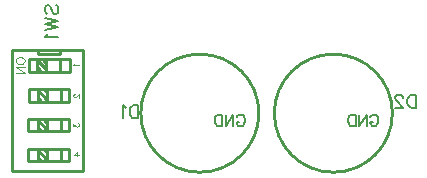
<source format=gbo>
G04 Layer: BottomSilkLayer*
G04 EasyEDA v6.3.22, 2020-02-16T12:15:52--5:00*
G04 381979cff6bd47818e4e504fc6c237e0,2cc9782d1759487288c44a1c2d283d62,10*
G04 Gerber Generator version 0.2*
G04 Scale: 100 percent, Rotated: No, Reflected: No *
G04 Dimensions in millimeters *
G04 leading zeros omitted , absolute positions ,3 integer and 3 decimal *
%FSLAX33Y33*%
%MOMM*%
G90*
G71D02*

%ADD10C,0.254000*%
%ADD31C,0.203200*%
%ADD32C,0.152400*%
%ADD33C,0.100000*%

%LPD*%
G54D10*
G01X17975Y32538D02*
G01X17984Y22339D01*
G01X17983Y32547D02*
G01X23983Y32547D01*
G01X19414Y29208D02*
G01X22864Y29208D01*
G01X22864Y28158D01*
G01X19444Y28158D01*
G01X19414Y28158D01*
G01X19414Y29208D01*
G01X19392Y26717D02*
G01X22842Y26717D01*
G01X22842Y25667D01*
G01X19422Y25667D01*
G01X19392Y25667D01*
G01X19392Y26717D01*
G01X19384Y24166D02*
G01X22834Y24166D01*
G01X22834Y23116D01*
G01X19414Y23116D01*
G01X19384Y23116D01*
G01X19384Y24166D01*
G01X19422Y31768D02*
G01X22872Y31768D01*
G01X22872Y30718D01*
G01X19452Y30718D01*
G01X19422Y30718D01*
G01X19422Y31768D01*
G01X20133Y31640D02*
G01X20133Y30770D01*
G01X20912Y31661D02*
G01X20912Y30791D01*
G01X20133Y31670D02*
G01X20883Y30920D01*
G01X20913Y30920D01*
G01X20913Y31460D02*
G01X20643Y31730D01*
G01X20133Y31070D02*
G01X20373Y30830D01*
G01X20373Y30800D01*
G01X22083Y31640D02*
G01X22083Y30770D01*
G01X20163Y29130D02*
G01X20163Y28260D01*
G01X20942Y29151D02*
G01X20942Y28281D01*
G01X20163Y29160D02*
G01X20913Y28410D01*
G01X20943Y28410D01*
G01X20943Y28950D02*
G01X20673Y29220D01*
G01X20163Y28560D02*
G01X20403Y28320D01*
G01X20403Y28290D01*
G01X22113Y29130D02*
G01X22113Y28260D01*
G01X20163Y26568D02*
G01X20163Y25698D01*
G01X20942Y26589D02*
G01X20942Y25719D01*
G01X20163Y26598D02*
G01X20913Y25848D01*
G01X20943Y25848D01*
G01X20943Y26388D02*
G01X20673Y26658D01*
G01X20163Y25998D02*
G01X20403Y25758D01*
G01X20403Y25728D01*
G01X22113Y26568D02*
G01X22113Y25698D01*
G01X20163Y24058D02*
G01X20163Y23188D01*
G01X20942Y24079D02*
G01X20942Y23209D01*
G01X20163Y24088D02*
G01X20913Y23338D01*
G01X20943Y23338D01*
G01X20943Y23878D02*
G01X20673Y24148D01*
G01X20163Y23488D02*
G01X20403Y23248D01*
G01X20403Y23218D01*
G01X22113Y24058D02*
G01X22113Y23188D01*
G01X20194Y32509D02*
G01X20194Y32209D01*
G01X22048Y32209D01*
G01X22048Y32484D01*
G01X24005Y32538D02*
G01X24005Y22339D01*
G01X17984Y22339D02*
G01X23984Y22339D01*
G54D31*
G01X37037Y26833D02*
G01X37082Y26924D01*
G01X37173Y27015D01*
G01X37264Y27061D01*
G01X37446Y27061D01*
G01X37537Y27015D01*
G01X37628Y26924D01*
G01X37673Y26833D01*
G01X37719Y26697D01*
G01X37719Y26470D01*
G01X37673Y26333D01*
G01X37628Y26242D01*
G01X37537Y26151D01*
G01X37446Y26106D01*
G01X37264Y26106D01*
G01X37173Y26151D01*
G01X37082Y26242D01*
G01X37037Y26333D01*
G01X37037Y26470D01*
G01X37264Y26470D02*
G01X37037Y26470D01*
G01X36737Y27061D02*
G01X36737Y26106D01*
G01X36737Y27061D02*
G01X36100Y26106D01*
G01X36100Y27061D02*
G01X36100Y26106D01*
G01X35800Y27061D02*
G01X35800Y26106D01*
G01X35800Y27061D02*
G01X35482Y27061D01*
G01X35346Y27015D01*
G01X35255Y26924D01*
G01X35209Y26833D01*
G01X35164Y26697D01*
G01X35164Y26470D01*
G01X35209Y26333D01*
G01X35255Y26242D01*
G01X35346Y26151D01*
G01X35482Y26106D01*
G01X35800Y26106D01*
G01X48340Y26833D02*
G01X48385Y26924D01*
G01X48476Y27015D01*
G01X48567Y27061D01*
G01X48749Y27061D01*
G01X48840Y27015D01*
G01X48931Y26924D01*
G01X48976Y26833D01*
G01X49022Y26697D01*
G01X49022Y26470D01*
G01X48976Y26333D01*
G01X48931Y26242D01*
G01X48840Y26151D01*
G01X48749Y26106D01*
G01X48567Y26106D01*
G01X48476Y26151D01*
G01X48385Y26242D01*
G01X48340Y26333D01*
G01X48340Y26470D01*
G01X48567Y26470D02*
G01X48340Y26470D01*
G01X48040Y27061D02*
G01X48040Y26106D01*
G01X48040Y27061D02*
G01X47403Y26106D01*
G01X47403Y27061D02*
G01X47403Y26106D01*
G01X47103Y27061D02*
G01X47103Y26106D01*
G01X47103Y27061D02*
G01X46785Y27061D01*
G01X46649Y27015D01*
G01X46558Y26924D01*
G01X46512Y26833D01*
G01X46467Y26697D01*
G01X46467Y26470D01*
G01X46512Y26333D01*
G01X46558Y26242D01*
G01X46649Y26151D01*
G01X46785Y26106D01*
G01X47103Y26106D01*
G54D32*
G01X28702Y27869D02*
G01X28702Y26777D01*
G01X28702Y27869D02*
G01X28338Y27869D01*
G01X28181Y27816D01*
G01X28079Y27714D01*
G01X28026Y27610D01*
G01X27975Y27452D01*
G01X27975Y27193D01*
G01X28026Y27038D01*
G01X28079Y26934D01*
G01X28181Y26830D01*
G01X28338Y26777D01*
G01X28702Y26777D01*
G01X27632Y27661D02*
G01X27528Y27714D01*
G01X27371Y27869D01*
G01X27371Y26777D01*
G01X52197Y28758D02*
G01X52197Y27666D01*
G01X52197Y28758D02*
G01X51833Y28758D01*
G01X51676Y28705D01*
G01X51574Y28603D01*
G01X51521Y28499D01*
G01X51470Y28341D01*
G01X51470Y28082D01*
G01X51521Y27927D01*
G01X51574Y27823D01*
G01X51676Y27719D01*
G01X51833Y27666D01*
G01X52197Y27666D01*
G01X51074Y28499D02*
G01X51074Y28550D01*
G01X51023Y28654D01*
G01X50970Y28705D01*
G01X50866Y28758D01*
G01X50660Y28758D01*
G01X50556Y28705D01*
G01X50502Y28654D01*
G01X50452Y28550D01*
G01X50452Y28445D01*
G01X50502Y28341D01*
G01X50606Y28186D01*
G01X51127Y27666D01*
G01X50398Y27666D01*
G01X20973Y35611D02*
G01X20869Y35715D01*
G01X20817Y35871D01*
G01X20817Y36079D01*
G01X20869Y36235D01*
G01X20973Y36338D01*
G01X21077Y36338D01*
G01X21181Y36287D01*
G01X21233Y36235D01*
G01X21285Y36131D01*
G01X21389Y35819D01*
G01X21441Y35715D01*
G01X21493Y35663D01*
G01X21596Y35611D01*
G01X21752Y35611D01*
G01X21856Y35715D01*
G01X21908Y35871D01*
G01X21908Y36079D01*
G01X21856Y36235D01*
G01X21752Y36338D01*
G01X20817Y35268D02*
G01X21908Y35008D01*
G01X20817Y34749D02*
G01X21908Y35008D01*
G01X20817Y34749D02*
G01X21908Y34489D01*
G01X20817Y34229D02*
G01X21908Y34489D01*
G01X21025Y33886D02*
G01X20973Y33782D01*
G01X20817Y33626D01*
G01X21908Y33626D01*
G54D33*
G01X23291Y31355D02*
G01X23268Y31309D01*
G01X23202Y31241D01*
G01X23680Y31241D01*
G01X23304Y28805D02*
G01X23281Y28805D01*
G01X23238Y28782D01*
G01X23215Y28759D01*
G01X23192Y28713D01*
G01X23192Y28622D01*
G01X23215Y28579D01*
G01X23238Y28556D01*
G01X23281Y28533D01*
G01X23327Y28533D01*
G01X23373Y28556D01*
G01X23441Y28602D01*
G01X23670Y28828D01*
G01X23670Y28510D01*
G01X23192Y26323D02*
G01X23192Y26074D01*
G01X23373Y26209D01*
G01X23373Y26143D01*
G01X23395Y26097D01*
G01X23418Y26074D01*
G01X23487Y26051D01*
G01X23533Y26051D01*
G01X23601Y26074D01*
G01X23647Y26120D01*
G01X23670Y26186D01*
G01X23670Y26255D01*
G01X23647Y26323D01*
G01X23624Y26346D01*
G01X23578Y26369D01*
G01X18318Y31721D02*
G01X18356Y31794D01*
G01X18427Y31866D01*
G01X18501Y31904D01*
G01X18610Y31939D01*
G01X18790Y31939D01*
G01X18900Y31904D01*
G01X18973Y31866D01*
G01X19047Y31794D01*
G01X19083Y31721D01*
G01X19083Y31576D01*
G01X19047Y31502D01*
G01X18973Y31431D01*
G01X18900Y31393D01*
G01X18790Y31358D01*
G01X18610Y31358D01*
G01X18501Y31393D01*
G01X18427Y31431D01*
G01X18356Y31502D01*
G01X18318Y31576D01*
G01X18318Y31721D01*
G01X18318Y31116D02*
G01X19083Y31116D01*
G01X18318Y31116D02*
G01X19083Y30608D01*
G01X18318Y30608D02*
G01X19083Y30608D01*
G01X23213Y23674D02*
G01X23530Y23905D01*
G01X23530Y23560D01*
G01X23213Y23674D02*
G01X23690Y23674D01*
G54D10*
G75*
G01X38909Y27195D02*
G03X38909Y27195I-5000J0D01*
G01*
G75*
G01X50212Y27195D02*
G03X50212Y27195I-5000J0D01*
G01*
M00*
M02*

</source>
